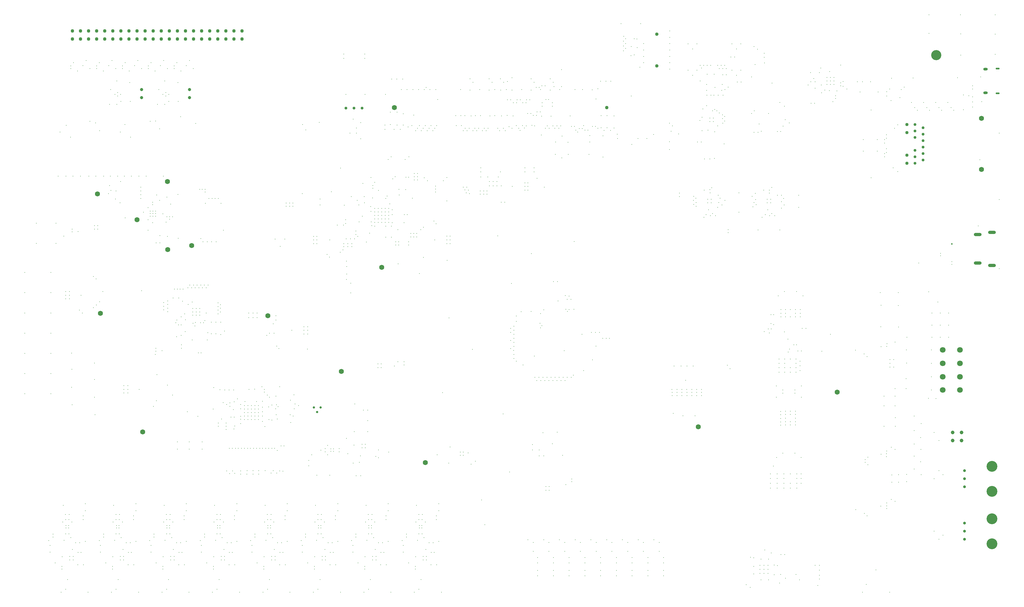
<source format=gbr>
%TF.GenerationSoftware,Altium Limited,Altium Designer,22.6.1 (34)*%
G04 Layer_Color=0*
%FSLAX26Y26*%
%MOIN*%
%TF.SameCoordinates,08F94D22-2ED8-4738-ABBF-34BB79D8E07D*%
%TF.FilePolarity,Positive*%
%TF.FileFunction,Plated,1,12,PTH,Drill*%
%TF.Part,Single*%
G01*
G75*
%TA.AperFunction,ComponentDrill*%
%ADD400C,0.126000*%
%ADD402C,0.045276*%
%ADD403C,0.010000*%
%ADD404C,0.062992*%
%ADD405C,0.062992*%
%ADD406C,0.039370*%
%ADD407C,0.035000*%
%ADD408O,0.055118X0.033465*%
%ADD409O,0.047244X0.021654*%
%ADD410C,0.035000*%
%ADD411C,0.134000*%
%ADD412C,0.043307*%
%ADD413O,0.096457X0.039370*%
%ADD414C,0.010000*%
%ADD415C,0.063000*%
%ADD416C,0.043000*%
%ADD417C,0.070866*%
%ADD418C,0.042520*%
%ADD419C,0.040157*%
%ADD420C,0.035433*%
%TA.AperFunction,ViaDrill,NotFilled*%
%ADD421C,0.010000*%
%ADD422C,0.028000*%
%ADD423C,0.008000*%
%ADD424C,0.020000*%
%ADD425C,0.007874*%
D400*
X11643701Y6900787D02*
D03*
D402*
X11850000Y2125000D02*
D03*
Y2225000D02*
D03*
X11960000Y2125000D02*
D03*
Y2225000D02*
D03*
D403*
X4619500Y1039500D02*
D03*
Y1070500D02*
D03*
X4650500Y1039500D02*
D03*
Y1070500D02*
D03*
X5244500Y1039500D02*
D03*
Y1070500D02*
D03*
X5275500Y1039500D02*
D03*
Y1070500D02*
D03*
X3369500Y1039500D02*
D03*
Y1070500D02*
D03*
X3400500Y1039500D02*
D03*
Y1070500D02*
D03*
X869500Y1039500D02*
D03*
Y1070500D02*
D03*
X900500Y1039500D02*
D03*
Y1070500D02*
D03*
X4025500D02*
D03*
Y1039500D02*
D03*
X3994500Y1070500D02*
D03*
Y1039500D02*
D03*
X2775500Y1070500D02*
D03*
Y1039500D02*
D03*
X2744500Y1070500D02*
D03*
Y1039500D02*
D03*
X2150500Y1070500D02*
D03*
Y1039500D02*
D03*
X2119500Y1070500D02*
D03*
Y1039500D02*
D03*
X1525500Y1070500D02*
D03*
Y1039500D02*
D03*
X1494500Y1070500D02*
D03*
Y1039500D02*
D03*
D404*
X1295000Y3700000D02*
D03*
X8700000Y2295000D02*
D03*
X10420000Y2725000D02*
D03*
X5320000Y1850000D02*
D03*
X1820000Y2230000D02*
D03*
X4280000Y2980000D02*
D03*
X4780000Y4270000D02*
D03*
X3370000Y3670000D02*
D03*
D405*
X1750000Y4860000D02*
D03*
X1260000Y5180000D02*
D03*
X2130000Y4490000D02*
D03*
X2425000Y4540000D02*
D03*
X2125000Y5335000D02*
D03*
X12206457Y6117520D02*
D03*
Y5482480D02*
D03*
D406*
X1805000Y6473071D02*
D03*
Y6373071D02*
D03*
X2400000Y6473071D02*
D03*
Y6373071D02*
D03*
D407*
X4335000Y6245236D02*
D03*
X4435000D02*
D03*
X4535000D02*
D03*
D408*
X12255827Y6433346D02*
D03*
Y6726654D02*
D03*
D409*
X12405433Y6427441D02*
D03*
Y6732559D02*
D03*
D410*
X11995000Y1750000D02*
D03*
Y1650000D02*
D03*
Y1550000D02*
D03*
Y1100000D02*
D03*
Y1000000D02*
D03*
Y900000D02*
D03*
D411*
X12335000Y1805000D02*
D03*
Y1495000D02*
D03*
Y1155000D02*
D03*
Y845000D02*
D03*
D412*
X3050000Y7200000D02*
D03*
Y7100000D02*
D03*
X2950000Y7200000D02*
D03*
Y7100000D02*
D03*
X2850000Y7200000D02*
D03*
Y7100000D02*
D03*
X2750000Y7200000D02*
D03*
Y7100000D02*
D03*
X2650000Y7200000D02*
D03*
Y7100000D02*
D03*
X2550000Y7200000D02*
D03*
Y7100000D02*
D03*
X2450000Y7200000D02*
D03*
Y7100000D02*
D03*
X2350000Y7200000D02*
D03*
Y7100000D02*
D03*
X2250000Y7200000D02*
D03*
Y7100000D02*
D03*
X2150000Y7200000D02*
D03*
Y7100000D02*
D03*
X2050000Y7200000D02*
D03*
Y7100000D02*
D03*
X1950000Y7200000D02*
D03*
Y7100000D02*
D03*
X1850000Y7200000D02*
D03*
Y7100000D02*
D03*
X1750000Y7200000D02*
D03*
Y7100000D02*
D03*
X1650000Y7200000D02*
D03*
Y7100000D02*
D03*
X1550000Y7200000D02*
D03*
Y7100000D02*
D03*
X1450000Y7200000D02*
D03*
Y7100000D02*
D03*
X1350000Y7200000D02*
D03*
Y7100000D02*
D03*
X1250000Y7200000D02*
D03*
Y7100000D02*
D03*
X1150000Y7200000D02*
D03*
Y7100000D02*
D03*
X1050000Y7200000D02*
D03*
Y7100000D02*
D03*
X950000Y7200000D02*
D03*
Y7100000D02*
D03*
D413*
X12335000Y4705000D02*
D03*
Y4295000D02*
D03*
X12160000Y4323000D02*
D03*
Y4677000D02*
D03*
D414*
X4180500Y1989500D02*
D03*
X4149500D02*
D03*
X4180500Y2020500D02*
D03*
X4149500D02*
D03*
D415*
X4934961Y6250000D02*
D03*
D416*
X7564961D02*
D03*
D417*
X11723465Y2750000D02*
D03*
Y2915354D02*
D03*
Y3080709D02*
D03*
Y3246063D02*
D03*
X11940000D02*
D03*
Y3080709D02*
D03*
Y2915354D02*
D03*
Y2750000D02*
D03*
D418*
X8183858Y7160630D02*
D03*
Y6766929D02*
D03*
D419*
X11281260Y5939764D02*
D03*
Y5660236D02*
D03*
Y6039764D02*
D03*
Y5560236D02*
D03*
D420*
X11381260Y5879724D02*
D03*
Y5720276D02*
D03*
Y5959646D02*
D03*
Y5640354D02*
D03*
Y6039567D02*
D03*
Y5560433D02*
D03*
X11481260Y5839961D02*
D03*
Y5760039D02*
D03*
Y5680118D02*
D03*
Y5919882D02*
D03*
Y5999803D02*
D03*
Y5600197D02*
D03*
D421*
X6892126Y2082284D02*
D03*
X6773622Y2220472D02*
D03*
X7019291Y1941339D02*
D03*
X6644488Y2074016D02*
D03*
X6727559Y2008661D02*
D03*
X6645669Y2006299D02*
D03*
X6783465Y1933465D02*
D03*
X6729528Y1933858D02*
D03*
X5105118Y6011811D02*
D03*
X4332283Y4812992D02*
D03*
X4830000Y4781890D02*
D03*
X4691725Y4782099D02*
D03*
X6444409Y3601535D02*
D03*
X9515276Y6924109D02*
D03*
Y6874808D02*
D03*
X10925984Y6444095D02*
D03*
X11907480Y6620472D02*
D03*
X11359843Y6618504D02*
D03*
X11091339Y6613779D02*
D03*
X10701575Y6444095D02*
D03*
X9003543Y6404724D02*
D03*
X8944488Y6403937D02*
D03*
X8893307Y6402756D02*
D03*
X8854331Y6403150D02*
D03*
X8803543Y6402362D02*
D03*
X8802362Y6273228D02*
D03*
X8755512Y6233858D02*
D03*
X7009842Y5628346D02*
D03*
X8145276Y5917717D02*
D03*
X8343307Y5826772D02*
D03*
X8341339Y5731102D02*
D03*
X8361811Y5958268D02*
D03*
X8062205Y5866535D02*
D03*
X7950787Y5866142D02*
D03*
X7698032Y5868110D02*
D03*
X7516929Y5899213D02*
D03*
Y5637008D02*
D03*
X7354331Y5902362D02*
D03*
Y5822835D02*
D03*
X7346063Y5670472D02*
D03*
X7011417Y5898819D02*
D03*
X6931496Y5823228D02*
D03*
X7086221Y5821260D02*
D03*
X7088189Y5671654D02*
D03*
X6929134Y5671260D02*
D03*
X5589764Y4358268D02*
D03*
X6385039Y4071260D02*
D03*
X6631102Y4441732D02*
D03*
X3859843Y3257874D02*
D03*
X945276Y2567716D02*
D03*
X938976Y2784648D02*
D03*
X940158Y3005905D02*
D03*
X938583Y3207874D02*
D03*
X1220866Y3082677D02*
D03*
X1222441Y2880709D02*
D03*
X1221260Y2659451D02*
D03*
X1227559Y2442520D02*
D03*
X2396063Y2108661D02*
D03*
X2249724D02*
D03*
Y2017362D02*
D03*
X2396063D02*
D03*
X2555669Y2108661D02*
D03*
Y2017362D02*
D03*
X11548819Y2646063D02*
D03*
X11640945Y2645276D02*
D03*
X11095276Y1698425D02*
D03*
X11094488Y1606299D02*
D03*
X11179921Y1699606D02*
D03*
X11179134Y1607480D02*
D03*
X11277165Y1612992D02*
D03*
X11277953Y1705118D02*
D03*
X11458268Y2334437D02*
D03*
X11372559Y1771018D02*
D03*
X11452756Y1861811D02*
D03*
X11372559Y1929198D02*
D03*
X11453543Y2012598D02*
D03*
X11372559Y2081888D02*
D03*
X11453151Y2160158D02*
D03*
X11372559Y2245562D02*
D03*
Y2427910D02*
D03*
X11459843Y1701181D02*
D03*
X11138976Y2301575D02*
D03*
X10997244Y2300000D02*
D03*
X11138189Y2408661D02*
D03*
X11136614Y2767323D02*
D03*
X11271260Y2768110D02*
D03*
X11272835Y2890551D02*
D03*
X11134252Y2554134D02*
D03*
Y2673228D02*
D03*
X10997913Y2554134D02*
D03*
Y2673228D02*
D03*
X11278740Y3082677D02*
D03*
X11070175Y3080709D02*
D03*
X11119175Y3126798D02*
D03*
X11070175Y3032848D02*
D03*
Y3126798D02*
D03*
X11119175Y3032848D02*
D03*
X11275984Y3246457D02*
D03*
X11281102Y3402756D02*
D03*
X11179921Y3529921D02*
D03*
X10957480Y3535433D02*
D03*
X11175197Y3798819D02*
D03*
X10961811Y3799213D02*
D03*
X10952756Y3957087D02*
D03*
X11175197Y3955905D02*
D03*
X11664567Y3841339D02*
D03*
X11550787Y3966929D02*
D03*
X11590551Y3402362D02*
D03*
Y3553543D02*
D03*
Y3704724D02*
D03*
X11694094D02*
D03*
Y3553543D02*
D03*
Y3402362D02*
D03*
X11797638D02*
D03*
Y3553543D02*
D03*
Y3704724D02*
D03*
X4332283Y4859189D02*
D03*
X503150Y4566535D02*
D03*
Y4816929D02*
D03*
X746063Y4566538D02*
D03*
Y4816929D02*
D03*
X358661Y3955905D02*
D03*
Y4206299D02*
D03*
Y3705512D02*
D03*
Y3455118D02*
D03*
Y3204724D02*
D03*
Y2954331D02*
D03*
Y2703937D02*
D03*
X681102D02*
D03*
Y2954328D02*
D03*
Y3204720D02*
D03*
Y3455111D02*
D03*
Y3705503D02*
D03*
Y4206285D02*
D03*
Y3955894D02*
D03*
X3458870Y4619908D02*
D03*
X3577771D02*
D03*
X3520866Y4531496D02*
D03*
X6281496Y2453937D02*
D03*
X6013779Y1387795D02*
D03*
X6054331Y1081496D02*
D03*
X6951968Y2227559D02*
D03*
X6360630Y1733465D02*
D03*
X5531102Y2716929D02*
D03*
X5902756Y3252362D02*
D03*
X5610630Y3643701D02*
D03*
X7162598Y4590551D02*
D03*
X6213779Y4659842D02*
D03*
X2536197Y3584867D02*
D03*
X2603428Y3705079D02*
D03*
X2470116Y3585730D02*
D03*
X2442151Y3575849D02*
D03*
X2893000Y2028071D02*
D03*
X2927000D02*
D03*
X9907874Y463740D02*
D03*
X9344488Y675788D02*
D03*
X9383858Y672047D02*
D03*
X9521417Y767126D02*
D03*
X9600787Y731890D02*
D03*
X9292913Y335827D02*
D03*
X9340500Y304673D02*
D03*
X9703543Y356693D02*
D03*
X9777559Y416535D02*
D03*
X9639291Y461417D02*
D03*
Y581890D02*
D03*
X9567052Y654134D02*
D03*
X9475792D02*
D03*
X9475788Y398701D02*
D03*
X9567047D02*
D03*
X9383858Y470945D02*
D03*
Y562205D02*
D03*
X9677165Y574803D02*
D03*
X9560787Y477205D02*
D03*
X9462362Y477205D02*
D03*
X9560787Y575630D02*
D03*
X9462362Y575630D02*
D03*
Y526418D02*
D03*
X9560787Y526417D02*
D03*
X9511575Y526417D02*
D03*
Y575630D02*
D03*
Y477205D02*
D03*
X8390000Y2460150D02*
D03*
X8510000Y2432008D02*
D03*
X8660000D02*
D03*
X6639646Y6030256D02*
D03*
X2940897Y2506320D02*
D03*
X9764173Y6265984D02*
D03*
X9709803Y6315354D02*
D03*
X10413954Y6457365D02*
D03*
X11699213Y4443898D02*
D03*
Y4412402D02*
D03*
X3567009Y2056111D02*
D03*
X3532009D02*
D03*
X3418000Y2028071D02*
D03*
X3452000D02*
D03*
X5624409Y2042913D02*
D03*
X7057154Y1577136D02*
D03*
X5610000Y1843727D02*
D03*
X5464646Y1947480D02*
D03*
X2700000Y2779088D02*
D03*
X2775000Y2754821D02*
D03*
X2835000Y2750884D02*
D03*
X2890000D02*
D03*
X2945000D02*
D03*
X1053896Y3925000D02*
D03*
X3234646Y3645748D02*
D03*
Y3702756D02*
D03*
X3183858D02*
D03*
Y3645748D02*
D03*
X3133071Y3702756D02*
D03*
Y3645756D02*
D03*
X1803543Y3979449D02*
D03*
X2212500Y4001787D02*
D03*
X2247500D02*
D03*
X2282500D02*
D03*
X2317500D02*
D03*
X6765984Y6268504D02*
D03*
X6765980Y6310236D02*
D03*
X6891335D02*
D03*
X6891339Y6268504D02*
D03*
X10058868Y6530000D02*
D03*
X10126898Y6610000D02*
D03*
X10090000Y6685000D02*
D03*
X7874016Y5794095D02*
D03*
X8735772Y5824766D02*
D03*
X8688700D02*
D03*
X7696620Y5920670D02*
D03*
X8456611Y5925197D02*
D03*
X8379559Y6025197D02*
D03*
X8341559Y6058463D02*
D03*
X7770829Y6955000D02*
D03*
Y7015000D02*
D03*
X8023268Y6806498D02*
D03*
X9045518Y6733078D02*
D03*
Y6657834D02*
D03*
X9002677D02*
D03*
X8959000Y6733078D02*
D03*
X8895000Y6665075D02*
D03*
X8902344Y5949217D02*
D03*
X8939803Y6025348D02*
D03*
X9000227Y6056260D02*
D03*
X9026329Y6083898D02*
D03*
X9026680Y6138947D02*
D03*
X8999475Y6159724D02*
D03*
X8929578Y6210391D02*
D03*
X8874843Y6211585D02*
D03*
X8718110Y6090168D02*
D03*
X8745630Y6129528D02*
D03*
X6911268Y6510433D02*
D03*
X1602756Y4883071D02*
D03*
X4342339Y4121963D02*
D03*
X4344504Y4282179D02*
D03*
Y4187179D02*
D03*
X4396701Y4074679D02*
D03*
Y3954679D02*
D03*
X1995278Y2941063D02*
D03*
X3516651Y1745623D02*
D03*
X3434527Y1749183D02*
D03*
X2582362Y4049296D02*
D03*
X4270000Y5499000D02*
D03*
X4895000Y5639022D02*
D03*
X5115307Y5641422D02*
D03*
X2402500Y4049296D02*
D03*
X2079271Y3787500D02*
D03*
X5789095Y5962599D02*
D03*
X2079271Y3742500D02*
D03*
X2753067Y3830000D02*
D03*
X2780994Y3762500D02*
D03*
X2753067Y3785000D02*
D03*
X2780994Y3717500D02*
D03*
X3355431Y3427255D02*
D03*
X6005356Y5503390D02*
D03*
Y5452480D02*
D03*
X6091535Y5389961D02*
D03*
X6005354D02*
D03*
X7206165Y5945888D02*
D03*
X8900043Y5621799D02*
D03*
X8842456Y5613390D02*
D03*
X8775473D02*
D03*
X1011850Y6703974D02*
D03*
X960170Y6807402D02*
D03*
X6584409Y6178823D02*
D03*
X6623692D02*
D03*
X5092756Y6473309D02*
D03*
X5021890D02*
D03*
X5163623D02*
D03*
X1164232Y6732599D02*
D03*
X1118150Y6834880D02*
D03*
X6653765Y6154217D02*
D03*
X6694119D02*
D03*
X4572609Y6415000D02*
D03*
X1596975Y6041984D02*
D03*
X1280170Y6807402D02*
D03*
X1331850Y6703974D02*
D03*
X6701989Y6196539D02*
D03*
X6742343D02*
D03*
X6565191Y6309925D02*
D03*
X6524837D02*
D03*
X4826549Y6415000D02*
D03*
X5470434Y6350680D02*
D03*
X1484232Y6732599D02*
D03*
X6336165Y6346146D02*
D03*
X1438150Y6834880D02*
D03*
X6391835Y6467855D02*
D03*
X6320991Y6473315D02*
D03*
X6336643Y6575197D02*
D03*
X1651850Y6703974D02*
D03*
X1600170Y6807402D02*
D03*
X6454265Y6346146D02*
D03*
X6391614Y6620957D02*
D03*
X6494620Y6346146D02*
D03*
X6447091Y6309925D02*
D03*
X6406737D02*
D03*
X2287933Y6136685D02*
D03*
X1912000Y6080000D02*
D03*
X1980000Y6084599D02*
D03*
X1804232Y6732599D02*
D03*
X1758150Y6834880D02*
D03*
X6512460Y6473315D02*
D03*
X1971850Y6703974D02*
D03*
X1920170Y6807402D02*
D03*
X6572365Y6346146D02*
D03*
X2124232Y6732599D02*
D03*
X6612720Y6346146D02*
D03*
X2078150Y6834880D02*
D03*
X6628065Y6467880D02*
D03*
X6627835Y6606339D02*
D03*
X6729983Y6501823D02*
D03*
X2291850Y6703974D02*
D03*
X6690700Y6501823D02*
D03*
X2240170Y6807402D02*
D03*
X6665152Y6562480D02*
D03*
X6761040Y6519539D02*
D03*
X6801395D02*
D03*
X2255000Y6561000D02*
D03*
X2358180Y6770000D02*
D03*
X2444232Y6732599D02*
D03*
X2398150Y6834880D02*
D03*
X5806994Y6150162D02*
D03*
X5759750D02*
D03*
X5695073Y6149914D02*
D03*
X5812717Y5994095D02*
D03*
X5836339Y5962599D02*
D03*
X5860157Y5994095D02*
D03*
X5884010Y6145841D02*
D03*
X5907396Y5962288D02*
D03*
X5931018Y5993783D02*
D03*
X5954640Y5965447D02*
D03*
X5978262Y5993783D02*
D03*
X6025506Y5962288D02*
D03*
X6049128Y5993783D02*
D03*
X6072750Y5962288D02*
D03*
X6096372Y5993783D02*
D03*
X6120000Y6146744D02*
D03*
X6755000Y5911953D02*
D03*
X6828813Y6025398D02*
D03*
X6804961Y5994538D02*
D03*
X6852205Y5994449D02*
D03*
X6875827Y6143628D02*
D03*
X6899679Y6025398D02*
D03*
X6923071Y5994449D02*
D03*
X6946923Y6025398D02*
D03*
X6970315Y5994723D02*
D03*
X6994167Y6025398D02*
D03*
X7112047Y6148036D02*
D03*
X6376520Y6346146D02*
D03*
X4465136Y5997480D02*
D03*
X4003578Y6067559D02*
D03*
X3799468Y6039685D02*
D03*
X3837500Y5972963D02*
D03*
X4465136Y5932480D02*
D03*
X4384864Y5932520D02*
D03*
X4425000Y6108238D02*
D03*
X4518342Y5865000D02*
D03*
Y6065000D02*
D03*
X8344449Y7200000D02*
D03*
X2474803Y6054685D02*
D03*
X6757961Y6145336D02*
D03*
X6249921Y6606339D02*
D03*
X6287239Y6562480D02*
D03*
X6250152Y6467880D02*
D03*
X6108189Y6606339D02*
D03*
X6108420Y6467880D02*
D03*
X6145507Y6562480D02*
D03*
X4335000Y6415008D02*
D03*
X5305315Y6473309D02*
D03*
X5328713Y6500039D02*
D03*
X6982351Y6473315D02*
D03*
X6746151D02*
D03*
X6179271D02*
D03*
X5990311D02*
D03*
X5754111D02*
D03*
X2208781Y6732677D02*
D03*
Y6767323D02*
D03*
X1888781Y6732677D02*
D03*
Y6767323D02*
D03*
X2038180Y6770000D02*
D03*
X1568781Y6732677D02*
D03*
Y6767323D02*
D03*
X1718180Y6770000D02*
D03*
X1248781Y6732677D02*
D03*
Y6767323D02*
D03*
X1398180Y6770000D02*
D03*
X1078180D02*
D03*
X928781Y6767323D02*
D03*
Y6732677D02*
D03*
X11586068Y3246063D02*
D03*
Y3080709D02*
D03*
Y2915354D02*
D03*
Y2750000D02*
D03*
X4133795Y4610000D02*
D03*
X8643315Y5050988D02*
D03*
X2587761Y3611211D02*
D03*
X2833000Y3481535D02*
D03*
X2242089Y3618202D02*
D03*
X2348661Y3618898D02*
D03*
X2228596Y3584646D02*
D03*
X2260236Y3556798D02*
D03*
X2294882D02*
D03*
X2337822Y3694235D02*
D03*
X2295236Y3658189D02*
D03*
X6784646Y3743075D02*
D03*
X9508332Y5225756D02*
D03*
X9408429Y5109532D02*
D03*
X9719803Y5953386D02*
D03*
X9679961Y5952894D02*
D03*
X9389764Y5942913D02*
D03*
X9438661D02*
D03*
X9364173Y5151393D02*
D03*
X9404331Y5187220D02*
D03*
X10900000Y520236D02*
D03*
X6845388Y6350766D02*
D03*
X6811934D02*
D03*
X9749174Y6020866D02*
D03*
X9824044Y6060236D02*
D03*
X9774044Y6100709D02*
D03*
X9478189Y5958273D02*
D03*
X9452598Y6047069D02*
D03*
X9391181Y6211748D02*
D03*
X9358632Y6175709D02*
D03*
X9568346D02*
D03*
X11837992Y4307480D02*
D03*
Y4338976D02*
D03*
X11427116Y4323238D02*
D03*
X5157874Y5127480D02*
D03*
X3515000Y2791874D02*
D03*
X7131873Y1647558D02*
D03*
X11032019Y1281184D02*
D03*
X10800000Y1917125D02*
D03*
X9717751Y2314789D02*
D03*
Y2354159D02*
D03*
X9895000Y1966573D02*
D03*
X9745000D02*
D03*
X9667168Y1914134D02*
D03*
X9840000Y1712000D02*
D03*
X9940984Y5014173D02*
D03*
X9516142Y3474409D02*
D03*
X11085000Y6336535D02*
D03*
X7389162Y6017930D02*
D03*
X7425412D02*
D03*
X7294682Y5970158D02*
D03*
X7330932D02*
D03*
X9018009Y5800000D02*
D03*
X7223822Y5989842D02*
D03*
X7260072D02*
D03*
X7183249Y5969567D02*
D03*
X7129342Y6018071D02*
D03*
X7165592D02*
D03*
X7277356Y6028272D02*
D03*
X7454600Y5993331D02*
D03*
X4979359Y4738533D02*
D03*
X5244319Y4195120D02*
D03*
X4588583Y4582520D02*
D03*
X4342339Y4347395D02*
D03*
X4483232Y4652520D02*
D03*
X4982598Y4314000D02*
D03*
X9717933Y464173D02*
D03*
X3861024Y607087D02*
D03*
X5303000Y920000D02*
D03*
X5221000Y887000D02*
D03*
X5195000Y530000D02*
D03*
X5111024Y607087D02*
D03*
X8214133Y750473D02*
D03*
X8268779Y607973D02*
D03*
X8149999Y892992D02*
D03*
X8214133Y860473D02*
D03*
X8268779Y673189D02*
D03*
Y512973D02*
D03*
Y447756D02*
D03*
X6903779Y673189D02*
D03*
Y607973D02*
D03*
X6849134Y750473D02*
D03*
X6654134D02*
D03*
X6708779Y607973D02*
D03*
Y673189D02*
D03*
X7488779Y607973D02*
D03*
X7098779D02*
D03*
Y673189D02*
D03*
X7293779D02*
D03*
Y607973D02*
D03*
X7488779Y673189D02*
D03*
X6708779Y512973D02*
D03*
X7293779D02*
D03*
X7434134Y750473D02*
D03*
X7044134D02*
D03*
X7239134D02*
D03*
X7488779Y512973D02*
D03*
X7098779D02*
D03*
X6903779D02*
D03*
X7683779Y673189D02*
D03*
X7878779Y512973D02*
D03*
Y447756D02*
D03*
X7683779Y607973D02*
D03*
X7878779Y673189D02*
D03*
Y607973D02*
D03*
X7683779Y512973D02*
D03*
X7629134Y750473D02*
D03*
X8073779Y673189D02*
D03*
Y607973D02*
D03*
Y512973D02*
D03*
X8019134Y750473D02*
D03*
X7824133D02*
D03*
X7488779Y447756D02*
D03*
X7683779D02*
D03*
X6903779D02*
D03*
X6708779D02*
D03*
X7098779D02*
D03*
X7293779D02*
D03*
X8073779D02*
D03*
X7239134Y860473D02*
D03*
X7175000Y892992D02*
D03*
X7044134Y860473D02*
D03*
X7434134D02*
D03*
X6785000Y892992D02*
D03*
X6980000D02*
D03*
X6590000D02*
D03*
X6654134Y860473D02*
D03*
X6849134D02*
D03*
X7824133D02*
D03*
X7759999Y892992D02*
D03*
X7565000D02*
D03*
X7370000D02*
D03*
X7629134Y860473D02*
D03*
X8019134D02*
D03*
X7955000Y892992D02*
D03*
X9767275Y710669D02*
D03*
X9720433D02*
D03*
X9951575Y396417D02*
D03*
X10146575Y577126D02*
D03*
X10198740Y454134D02*
D03*
Y577126D02*
D03*
Y407197D02*
D03*
Y518701D02*
D03*
X10176884Y328733D02*
D03*
X4015000Y5118491D02*
D03*
X4858506Y5608622D02*
D03*
X5199049Y5962288D02*
D03*
X4155000Y5205905D02*
D03*
X4015000Y5043866D02*
D03*
X5069912Y5608622D02*
D03*
X1775628Y2758583D02*
D03*
X3133786Y2756992D02*
D03*
X3205989Y2759028D02*
D03*
X3300621Y2610113D02*
D03*
X3227984Y2608608D02*
D03*
X3086251D02*
D03*
X3030779Y2571614D02*
D03*
Y2517244D02*
D03*
X2690810Y2515043D02*
D03*
X2815000Y2592520D02*
D03*
X2537402Y4049296D02*
D03*
X2627323D02*
D03*
X2492441D02*
D03*
X2447500D02*
D03*
X2897309Y2548378D02*
D03*
X2858354Y2569311D02*
D03*
X2897136Y2589441D02*
D03*
X2950740Y2604470D02*
D03*
X2991981Y2640033D02*
D03*
X4226849Y4792480D02*
D03*
X4545000Y5311496D02*
D03*
X3650000Y2625256D02*
D03*
X6238090Y5962288D02*
D03*
X3749606Y2558740D02*
D03*
X6214482Y5993783D02*
D03*
X6261705Y6147528D02*
D03*
X6285333Y5993783D02*
D03*
X6308953Y5962599D02*
D03*
X5866150Y5182921D02*
D03*
X5852150Y5226921D02*
D03*
X5999079Y5218146D02*
D03*
X5999535Y5177882D02*
D03*
X6040401Y5218146D02*
D03*
X6040394Y5177882D02*
D03*
X6491527Y5968671D02*
D03*
X5542120Y5342480D02*
D03*
X5585000Y5384409D02*
D03*
X5345725Y5342480D02*
D03*
X5305000Y5381263D02*
D03*
X5445000Y5240000D02*
D03*
Y5202598D02*
D03*
Y5277402D02*
D03*
X5585000Y5094882D02*
D03*
X6260000Y5076614D02*
D03*
X6301181D02*
D03*
X6550158Y5503386D02*
D03*
Y5452480D02*
D03*
X6790085Y5264161D02*
D03*
X6702093Y5373153D02*
D03*
X6665748Y5452480D02*
D03*
Y5503386D02*
D03*
X6550145Y5227074D02*
D03*
Y5272480D02*
D03*
Y5318170D02*
D03*
X6589495Y5227074D02*
D03*
Y5272480D02*
D03*
Y5318170D02*
D03*
X6395214Y5272480D02*
D03*
X6206040Y5332539D02*
D03*
X6260000Y5281162D02*
D03*
X6206040D02*
D03*
X6159724D02*
D03*
X6159705Y5332539D02*
D03*
X6113370Y5281162D02*
D03*
Y5332539D02*
D03*
X6222441Y5389961D02*
D03*
X6246863Y5452480D02*
D03*
X6081722Y5218146D02*
D03*
Y5177882D02*
D03*
X5824150Y5192921D02*
D03*
X5809150Y5230921D02*
D03*
X5786900Y5263921D02*
D03*
X5830150D02*
D03*
X5180996Y5393883D02*
D03*
X5221260Y5352790D02*
D03*
X5180996D02*
D03*
X5221260Y5394112D02*
D03*
Y5435433D02*
D03*
X5180996Y5434977D02*
D03*
X4539628Y4905158D02*
D03*
X4646434Y4963762D02*
D03*
X4641533Y5023268D02*
D03*
X4495079Y5042953D02*
D03*
X4566508Y5069459D02*
D03*
X4475591Y5100394D02*
D03*
X5434747Y4610000D02*
D03*
X5624495Y4655690D02*
D03*
Y4610000D02*
D03*
Y4564593D02*
D03*
X5585145D02*
D03*
Y4655690D02*
D03*
Y4610000D02*
D03*
X4951575Y4545748D02*
D03*
Y4587795D02*
D03*
X4988976Y4545748D02*
D03*
Y4587795D02*
D03*
X5111417Y4545748D02*
D03*
Y4587795D02*
D03*
X5213228Y4647323D02*
D03*
X5213228Y4689370D02*
D03*
X5175197Y4647323D02*
D03*
X5137165D02*
D03*
X5175197Y4689370D02*
D03*
X5137165D02*
D03*
X5423622Y4842905D02*
D03*
X5452854Y4810000D02*
D03*
X5262095Y4737480D02*
D03*
X5295000Y4766713D02*
D03*
Y4394988D02*
D03*
X3596553Y5025591D02*
D03*
X3596097Y5065855D02*
D03*
X3637419D02*
D03*
X3678740Y5025591D02*
D03*
Y5065855D02*
D03*
X3637647Y5025591D02*
D03*
X3795000Y5182480D02*
D03*
X4316535Y5040000D02*
D03*
X4401033Y5147520D02*
D03*
X4562846D02*
D03*
X4664173Y5132087D02*
D03*
X3935505Y4655407D02*
D03*
X3974855D02*
D03*
Y4564310D02*
D03*
X3935505D02*
D03*
Y4610000D02*
D03*
X3974855D02*
D03*
X4102146Y4429606D02*
D03*
X4131870Y4397095D02*
D03*
X4303438Y4792480D02*
D03*
X4457610Y4720197D02*
D03*
Y4678197D02*
D03*
X4440852Y4623346D02*
D03*
X4340000Y4623343D02*
D03*
X4390426Y4623346D02*
D03*
X4297905Y4488012D02*
D03*
X4265394Y4458287D02*
D03*
X4309173Y4527354D02*
D03*
Y4564520D02*
D03*
X4497598Y4835315D02*
D03*
X4648819D02*
D03*
X4655042Y4787778D02*
D03*
X4830000Y4642913D02*
D03*
X4900000D02*
D03*
Y4781890D02*
D03*
X5053847Y4825000D02*
D03*
X4909488D02*
D03*
X5058504Y4925000D02*
D03*
X5096417D02*
D03*
X4909488D02*
D03*
X4909488Y4985000D02*
D03*
X6505000Y3719045D02*
D03*
X6528552Y3061851D02*
D03*
X6356193Y6013882D02*
D03*
X6392709Y5992662D02*
D03*
X6474293Y5993783D02*
D03*
X6568773Y6023400D02*
D03*
X6545153Y5995571D02*
D03*
X6445406Y6028228D02*
D03*
X6521535Y6028543D02*
D03*
X3690133Y2691406D02*
D03*
X3467021Y2674733D02*
D03*
X3302559Y2537795D02*
D03*
Y2481890D02*
D03*
Y2426772D02*
D03*
X3360351Y2688225D02*
D03*
X3387477Y2659206D02*
D03*
X3418738Y2564488D02*
D03*
X3377309Y2541136D02*
D03*
X3473504Y2568110D02*
D03*
X3465354Y2516929D02*
D03*
X3495000Y2544823D02*
D03*
X3696347Y2517452D02*
D03*
X3704773Y2575965D02*
D03*
X3683071Y2426772D02*
D03*
X3472748Y2442913D02*
D03*
X3644748Y2442512D02*
D03*
X3486413Y2389118D02*
D03*
X3653150Y2348425D02*
D03*
X3417716Y2377559D02*
D03*
X3381836Y2383224D02*
D03*
X4445000Y2576000D02*
D03*
X1296280Y740000D02*
D03*
Y825000D02*
D03*
X2084646Y1320000D02*
D03*
X4605000Y2500000D02*
D03*
X6415394Y3139990D02*
D03*
Y3190020D02*
D03*
X2200000Y774000D02*
D03*
X1921280Y740000D02*
D03*
X4440000Y2235000D02*
D03*
X4605000D02*
D03*
X2709646Y1320000D02*
D03*
X3608980Y1340000D02*
D03*
X3876338Y1809610D02*
D03*
X3911423Y1947348D02*
D03*
X4605000Y2369000D02*
D03*
X4765000Y583481D02*
D03*
X6850000Y2868622D02*
D03*
X5936785Y1867520D02*
D03*
X6800000Y2868622D02*
D03*
X6700000Y2868605D02*
D03*
X6750000Y2868622D02*
D03*
X3610000Y872853D02*
D03*
X4865000Y1980295D02*
D03*
X4630000Y4692520D02*
D03*
X4358228Y4564520D02*
D03*
X4407283D02*
D03*
X4358228Y4527354D02*
D03*
X4407283D02*
D03*
X2531607Y885000D02*
D03*
X4406607D02*
D03*
X2895533Y1714781D02*
D03*
X2857648Y1746159D02*
D03*
X2125732Y2812086D02*
D03*
X1987126Y2616102D02*
D03*
X2189732Y2688583D02*
D03*
X1952803Y2548583D02*
D03*
X2297717Y3310709D02*
D03*
X1980906Y3229764D02*
D03*
X2056760Y3238268D02*
D03*
X1980912Y3266466D02*
D03*
X2297732Y3266260D02*
D03*
X1974997Y3189055D02*
D03*
X1586705Y2712893D02*
D03*
X1633556Y2803989D02*
D03*
Y2712893D02*
D03*
Y2758583D02*
D03*
X1586705Y2803989D02*
D03*
Y2758583D02*
D03*
X3193000Y2028071D02*
D03*
X3227000D02*
D03*
X3268000D02*
D03*
X3302000D02*
D03*
X3976032Y1695000D02*
D03*
X3343000Y2028071D02*
D03*
X3377000D02*
D03*
X4519035Y1687500D02*
D03*
X4462404D02*
D03*
X3152000Y2028071D02*
D03*
X3118000D02*
D03*
X3077000D02*
D03*
X3043000D02*
D03*
X3002000D02*
D03*
X2968000D02*
D03*
X5151805Y6026875D02*
D03*
X5045061Y6173199D02*
D03*
X2030000Y5988386D02*
D03*
X1540503Y5947813D02*
D03*
X1668858Y5883857D02*
D03*
X1285000Y5962795D02*
D03*
X1235000Y6059008D02*
D03*
X1164712Y6080000D02*
D03*
X923858Y5883857D02*
D03*
X872561Y6030002D02*
D03*
X795503Y5947813D02*
D03*
X2260000Y6327008D02*
D03*
X2092205Y6582000D02*
D03*
X2018000Y6473071D02*
D03*
X2002614Y6290244D02*
D03*
X2143386Y6327000D02*
D03*
X2092205Y6290236D02*
D03*
X1497205D02*
D03*
X1548386Y6327000D02*
D03*
X1407614Y6290244D02*
D03*
X1423000Y6473071D02*
D03*
X1660000Y6561000D02*
D03*
X1497205Y6582000D02*
D03*
X1665000Y6327008D02*
D03*
X10090433Y6569142D02*
D03*
X10145559Y6490606D02*
D03*
Y6569393D02*
D03*
X10095000Y6303000D02*
D03*
X10139000D02*
D03*
X10225000Y6435000D02*
D03*
X10462953Y6557162D02*
D03*
Y6521728D02*
D03*
X10493228Y6573027D02*
D03*
Y6513442D02*
D03*
X10462400Y6778433D02*
D03*
X10214345Y6740000D02*
D03*
X10325079Y6697849D02*
D03*
X10198000Y6685000D02*
D03*
X10222439Y6531260D02*
D03*
X10266102Y6467911D02*
D03*
X10365000Y6322521D02*
D03*
X10397898Y6362677D02*
D03*
X10397913Y6397323D02*
D03*
X10322000Y6460787D02*
D03*
X10536864Y6479700D02*
D03*
X1020027Y4714685D02*
D03*
X911823Y3925000D02*
D03*
X864973D02*
D03*
Y3879310D02*
D03*
Y3970407D02*
D03*
X911823Y3879310D02*
D03*
Y3970407D02*
D03*
X1242126Y4127480D02*
D03*
X1210000Y4156841D02*
D03*
X1325000Y3970000D02*
D03*
X1071459Y3703670D02*
D03*
X1035366Y3740183D02*
D03*
X1209952Y3770409D02*
D03*
X1245118Y3802520D02*
D03*
X1285559Y3845000D02*
D03*
X2625000Y3461000D02*
D03*
X2725000Y3447000D02*
D03*
X2670000Y3447008D02*
D03*
X2785000Y3438160D02*
D03*
X3445000Y3454961D02*
D03*
X3390000D02*
D03*
X3476847Y3292520D02*
D03*
X3505000Y3263159D02*
D03*
X3467992Y3671694D02*
D03*
X3467995Y3618715D02*
D03*
X3863044Y3535407D02*
D03*
Y3444310D02*
D03*
X3816194Y3535407D02*
D03*
Y3444310D02*
D03*
Y3490000D02*
D03*
X3863044D02*
D03*
X3665015D02*
D03*
X3435000Y3570000D02*
D03*
X5055236Y3061000D02*
D03*
X5054732Y3100315D02*
D03*
X4936332Y3047816D02*
D03*
X4733015Y3026213D02*
D03*
X4772739Y3026090D02*
D03*
X4733015Y3072323D02*
D03*
X4772739D02*
D03*
X4977165Y3100315D02*
D03*
X2933205Y1748647D02*
D03*
X2958526Y1717269D02*
D03*
X3032519Y1748200D02*
D03*
X3031055Y1706217D02*
D03*
X3112012Y1749041D02*
D03*
X3108784Y1707058D02*
D03*
X3185272Y1750699D02*
D03*
X3185311Y1707058D02*
D03*
X3256443Y1749674D02*
D03*
X3255668Y1708174D02*
D03*
X3334238Y1749862D02*
D03*
X3408626Y1718918D02*
D03*
X3480000Y1719138D02*
D03*
X3486508Y1999685D02*
D03*
X3556645Y1742963D02*
D03*
X4502000Y1855000D02*
D03*
X4135389Y1695000D02*
D03*
X3876338Y1877624D02*
D03*
X1081614Y1145000D02*
D03*
Y1190000D02*
D03*
X1108980Y1255000D02*
D03*
Y1340000D02*
D03*
X834646Y1320000D02*
D03*
X1706614Y1145000D02*
D03*
Y1190000D02*
D03*
X1733980Y1255000D02*
D03*
Y1340000D02*
D03*
X1459646Y1320000D02*
D03*
X2331614Y1145000D02*
D03*
Y1190000D02*
D03*
X2358980Y1255000D02*
D03*
Y1340000D02*
D03*
X2956614Y1145000D02*
D03*
Y1190000D02*
D03*
X2983980Y1255000D02*
D03*
Y1340000D02*
D03*
X3581614Y1145000D02*
D03*
Y1190000D02*
D03*
X3608980Y1255000D02*
D03*
X3334646Y1320000D02*
D03*
X4206614Y1145000D02*
D03*
Y1190000D02*
D03*
X4233980Y1255000D02*
D03*
Y1340000D02*
D03*
X3959646Y1320000D02*
D03*
X4831614Y1145000D02*
D03*
Y1190000D02*
D03*
X4858980Y1255000D02*
D03*
Y1340000D02*
D03*
X4584646Y1320000D02*
D03*
X5209646D02*
D03*
X5483980Y1340000D02*
D03*
Y1255000D02*
D03*
X5456614Y1190000D02*
D03*
Y1145000D02*
D03*
X1085000Y582627D02*
D03*
X1015000Y583481D02*
D03*
X1110000Y872853D02*
D03*
X1040000Y856941D02*
D03*
X990000D02*
D03*
X820000Y565321D02*
D03*
X736024Y607087D02*
D03*
X671280Y740000D02*
D03*
Y825000D02*
D03*
X709134Y926431D02*
D03*
X709606Y965000D02*
D03*
X1710000Y582627D02*
D03*
X1640000Y583481D02*
D03*
X1735000Y872853D02*
D03*
X1665000Y856941D02*
D03*
X1615000D02*
D03*
X1445000Y565321D02*
D03*
X1361024Y607087D02*
D03*
X1334134Y926431D02*
D03*
X1334606Y965000D02*
D03*
X2335000Y582627D02*
D03*
X2265000Y583481D02*
D03*
X2360000Y872853D02*
D03*
X2290000Y856941D02*
D03*
X2240000D02*
D03*
X2070000Y565321D02*
D03*
X1986024Y607087D02*
D03*
X1921280Y825000D02*
D03*
X1959134Y926431D02*
D03*
X1959606Y965000D02*
D03*
X2960000Y582627D02*
D03*
X2890000Y583481D02*
D03*
X2985000Y872853D02*
D03*
X2915000Y856941D02*
D03*
X2865000D02*
D03*
X2695000Y565321D02*
D03*
X2611024Y607087D02*
D03*
X2546280Y740000D02*
D03*
Y825000D02*
D03*
X2584134Y926431D02*
D03*
X2584606Y965000D02*
D03*
X3585000Y582627D02*
D03*
X3515000Y583481D02*
D03*
X3540000Y856941D02*
D03*
X3490000D02*
D03*
X3320000Y565321D02*
D03*
X3236024Y607087D02*
D03*
X3171280Y740000D02*
D03*
Y825000D02*
D03*
X3209134Y926431D02*
D03*
X3209606Y965000D02*
D03*
X4210000Y582627D02*
D03*
X4140000Y583481D02*
D03*
X4235000Y872853D02*
D03*
X4165000Y856941D02*
D03*
X4115000D02*
D03*
X3945000Y565321D02*
D03*
X3796280Y740000D02*
D03*
Y825000D02*
D03*
X3834134Y926431D02*
D03*
X3834606Y965000D02*
D03*
X4835000Y582627D02*
D03*
X4860000Y872853D02*
D03*
X4790000Y856941D02*
D03*
X4740000D02*
D03*
X4570000Y565321D02*
D03*
X4486024Y607087D02*
D03*
X4421280Y740000D02*
D03*
Y825000D02*
D03*
X4459134Y926431D02*
D03*
X4459606Y965000D02*
D03*
X656607Y885000D02*
D03*
X1281607D02*
D03*
X1906607D02*
D03*
X3156607D02*
D03*
X3781607D02*
D03*
X5031607D02*
D03*
X5084606Y965000D02*
D03*
X5084134Y926431D02*
D03*
X5046280Y825000D02*
D03*
Y740000D02*
D03*
X823000Y685000D02*
D03*
X1448000D02*
D03*
X2073000D02*
D03*
X2698000D02*
D03*
X3323000D02*
D03*
X3948000D02*
D03*
X4573000D02*
D03*
X5198000D02*
D03*
X5195000Y565321D02*
D03*
X5365000Y856941D02*
D03*
X5415000D02*
D03*
X5485000Y872853D02*
D03*
X5390000Y583481D02*
D03*
X5460000Y582627D02*
D03*
X7005000Y6721743D02*
D03*
X6901333Y6562480D02*
D03*
X6864016Y6606339D02*
D03*
X6864246Y6467880D02*
D03*
X5909286Y6562480D02*
D03*
X5871968Y6606339D02*
D03*
X5872199Y6467880D02*
D03*
X4884992Y6039099D02*
D03*
Y6192795D02*
D03*
X4970000Y6035433D02*
D03*
Y6192795D02*
D03*
X5045000Y6032578D02*
D03*
X5700748Y6028268D02*
D03*
X5765709D02*
D03*
X5937520Y6150039D02*
D03*
X6002480D02*
D03*
X6177078Y6149760D02*
D03*
X6332520Y6154122D02*
D03*
X6403425Y6147528D02*
D03*
X6673098Y6025104D02*
D03*
X7532480Y5967017D02*
D03*
X7493997Y6000028D02*
D03*
X7612520Y5967017D02*
D03*
X7493983Y6150915D02*
D03*
X7569984Y6000406D02*
D03*
X7570000Y6150269D02*
D03*
X7655000Y5998082D02*
D03*
Y6147945D02*
D03*
X5885000Y1831214D02*
D03*
X9765984Y3970707D02*
D03*
X9688152Y3918283D02*
D03*
X9915984Y3970707D02*
D03*
X9993832Y3918268D02*
D03*
X10960500Y3285755D02*
D03*
X9722717Y3700000D02*
D03*
Y3655787D02*
D03*
Y3746339D02*
D03*
X9961811Y3700000D02*
D03*
Y3655787D02*
D03*
Y3746339D02*
D03*
X9778858D02*
D03*
X9900906D02*
D03*
Y3655787D02*
D03*
X9778858D02*
D03*
X9840000D02*
D03*
Y3746339D02*
D03*
X9900906Y3700000D02*
D03*
X9778858D02*
D03*
X11036386Y3324685D02*
D03*
X11033200Y3292151D02*
D03*
X11133594Y3344370D02*
D03*
X10751781Y3196378D02*
D03*
X10790000Y3163487D02*
D03*
X10645380Y3243622D02*
D03*
X9632000Y3684000D02*
D03*
X9598000D02*
D03*
X9633000Y3561307D02*
D03*
X9598000Y3575000D02*
D03*
X9601000Y3507000D02*
D03*
X9566000D02*
D03*
X9579000Y3456658D02*
D03*
X9765000Y3470000D02*
D03*
X10033000Y3513000D02*
D03*
X9985000D02*
D03*
X10334000Y3442000D02*
D03*
X10230000Y3230000D02*
D03*
X9975252Y3233685D02*
D03*
X9932252D02*
D03*
X9881560Y3312000D02*
D03*
X9916000D02*
D03*
X9807000Y3379000D02*
D03*
X9830000Y3258000D02*
D03*
X9811000Y3222000D02*
D03*
X9959000Y3050000D02*
D03*
Y3107000D02*
D03*
Y2991000D02*
D03*
X9910000Y3080333D02*
D03*
Y3135000D02*
D03*
Y3025667D02*
D03*
Y2971000D02*
D03*
X9700000Y3080333D02*
D03*
Y3135000D02*
D03*
Y3025667D02*
D03*
Y2971000D02*
D03*
X9840000Y3135000D02*
D03*
Y3025667D02*
D03*
Y2971000D02*
D03*
X9770000D02*
D03*
Y3025667D02*
D03*
Y3135000D02*
D03*
Y3080333D02*
D03*
X11032019Y1314192D02*
D03*
X11087598Y1394165D02*
D03*
X11133594Y1369370D02*
D03*
X11032019Y1349685D02*
D03*
X10959747Y1310334D02*
D03*
X10790000Y1189006D02*
D03*
X10753858Y1221378D02*
D03*
X10647881Y1268622D02*
D03*
X9629000Y1805866D02*
D03*
X9591016Y1533008D02*
D03*
Y1592693D02*
D03*
Y1652339D02*
D03*
X9591000Y1712024D02*
D03*
X9674016Y1533000D02*
D03*
Y1592685D02*
D03*
Y1652331D02*
D03*
X9674000Y1712016D02*
D03*
X9757000Y1712008D02*
D03*
X9757016Y1652323D02*
D03*
Y1592677D02*
D03*
Y1532992D02*
D03*
X9972992Y1592677D02*
D03*
X9973000Y1712000D02*
D03*
Y1652323D02*
D03*
X9919016Y1533000D02*
D03*
Y1592667D02*
D03*
Y1652333D02*
D03*
X9919000Y1712000D02*
D03*
X9840000Y1532992D02*
D03*
Y1592677D02*
D03*
X9972832Y1914134D02*
D03*
X11133594Y2014370D02*
D03*
X11087598Y2039165D02*
D03*
X11028832Y1961312D02*
D03*
Y1923767D02*
D03*
X11032019Y1994685D02*
D03*
X10766535Y1887323D02*
D03*
X10763851Y1852677D02*
D03*
X10800000Y1824134D02*
D03*
X10962016Y1954858D02*
D03*
X9778858Y2316417D02*
D03*
X9840000D02*
D03*
X9900906D02*
D03*
Y2485709D02*
D03*
X9840000D02*
D03*
X9778858D02*
D03*
Y2446339D02*
D03*
X9900906D02*
D03*
Y2355787D02*
D03*
X9778858D02*
D03*
X9840000D02*
D03*
Y2446339D02*
D03*
X9900906Y2400000D02*
D03*
X9778858D02*
D03*
X9717751Y2398372D02*
D03*
Y2444710D02*
D03*
Y2484081D02*
D03*
X9895000Y2750465D02*
D03*
X9974235Y2801732D02*
D03*
X9745000Y2749599D02*
D03*
X9665996Y2800866D02*
D03*
X9974004Y2659134D02*
D03*
X9895000Y2710401D02*
D03*
X9665765Y2659134D02*
D03*
X9745000Y2710401D02*
D03*
X8678875Y2679829D02*
D03*
X8739781D02*
D03*
X8617733D02*
D03*
Y2719200D02*
D03*
X8678875D02*
D03*
X8739781D02*
D03*
X8739251Y2758427D02*
D03*
X8678345D02*
D03*
X8617204D02*
D03*
X8495157D02*
D03*
X8556298D02*
D03*
X8556828Y2719200D02*
D03*
X8495686D02*
D03*
Y2679829D02*
D03*
X8556828D02*
D03*
X8373109Y2758427D02*
D03*
X8434251D02*
D03*
X8434781Y2719200D02*
D03*
X8373639D02*
D03*
Y2679829D02*
D03*
X8434781D02*
D03*
X8541755Y2870989D02*
D03*
X8560000Y3047485D02*
D03*
X8635000D02*
D03*
X8485000D02*
D03*
X8400000Y3047505D02*
D03*
X9060000Y3057241D02*
D03*
X9092337Y3012992D02*
D03*
X7131873Y1613934D02*
D03*
X6852739Y1506090D02*
D03*
X6813015Y1506213D02*
D03*
X6852739Y1552323D02*
D03*
X6813015D02*
D03*
X5846949Y1969842D02*
D03*
X7942402Y6993926D02*
D03*
X7866674Y6893587D02*
D03*
X7905000Y6902575D02*
D03*
X7940000Y7100433D02*
D03*
X7905046Y7104804D02*
D03*
X7867644Y7007078D02*
D03*
X9067976Y6503038D02*
D03*
X8995400Y6537402D02*
D03*
X8987599Y6462599D02*
D03*
X9027709Y6472961D02*
D03*
X8906127Y6500000D02*
D03*
X8800276Y6462599D02*
D03*
Y6537402D02*
D03*
X8806964Y6665031D02*
D03*
X8720350Y6581395D02*
D03*
X8737799Y6739799D02*
D03*
X9002677Y6733078D02*
D03*
X4965641Y6604641D02*
D03*
X4931763Y5980713D02*
D03*
X840358Y4655630D02*
D03*
X946534Y4709172D02*
D03*
X946341Y4743150D02*
D03*
X1222480Y4787126D02*
D03*
X1260984D02*
D03*
X1222496Y4742677D02*
D03*
X1261000D02*
D03*
X1795000Y5170213D02*
D03*
Y5123362D02*
D03*
Y5263718D02*
D03*
Y5216868D02*
D03*
X771567Y5401468D02*
D03*
X869596D02*
D03*
X954578D02*
D03*
X1048438D02*
D03*
X1152447D02*
D03*
X1239332D02*
D03*
X1333826D02*
D03*
X1418175D02*
D03*
X1508864D02*
D03*
X1591310D02*
D03*
X1678195D02*
D03*
X1772688D02*
D03*
X1860207D02*
D03*
X2075834D02*
D03*
X1409945Y5282229D02*
D03*
X1543979Y5334129D02*
D03*
X1394438Y5185000D02*
D03*
X1426166Y5222786D02*
D03*
X1489415Y5218655D02*
D03*
X1482558Y5116535D02*
D03*
X1540000Y5069158D02*
D03*
X2590581Y5204317D02*
D03*
X2523494Y5235534D02*
D03*
X2556526D02*
D03*
X2590581D02*
D03*
X2754352Y5125308D02*
D03*
X2790022Y5064509D02*
D03*
X2594899D02*
D03*
X2639587Y5125308D02*
D03*
X2677581D02*
D03*
X2715579D02*
D03*
X2819733Y4730901D02*
D03*
X2729000Y4587000D02*
D03*
X2539693Y4625962D02*
D03*
X2672155Y4587000D02*
D03*
X2617125D02*
D03*
X2565000D02*
D03*
X2255000Y5174976D02*
D03*
X2152598Y4866000D02*
D03*
X2152581Y4897534D02*
D03*
X2187581Y4897148D02*
D03*
X2117936Y4897534D02*
D03*
X2260000Y4632115D02*
D03*
X2069200Y4935000D02*
D03*
X2120000Y5140968D02*
D03*
X2126614Y4654000D02*
D03*
X2165000Y5054729D02*
D03*
X2106740Y4830959D02*
D03*
X2027270Y5100471D02*
D03*
X1978997Y4967520D02*
D03*
X1944941D02*
D03*
X1911910Y4936302D02*
D03*
X1944941D02*
D03*
X1978997D02*
D03*
X1911910Y4903482D02*
D03*
X1944941D02*
D03*
X1978997D02*
D03*
X1911910Y4967520D02*
D03*
X1991794Y5167729D02*
D03*
X1943313Y5077222D02*
D03*
X1942505Y5047397D02*
D03*
X1884508Y5009882D02*
D03*
X2032874Y4572835D02*
D03*
X1986023D02*
D03*
X1885331Y4730000D02*
D03*
X2031643Y4663891D02*
D03*
X1940804Y4824433D02*
D03*
X1884508Y4860118D02*
D03*
X1827400Y4954685D02*
D03*
X4309764Y6860009D02*
D03*
X4309745Y6915000D02*
D03*
X4569392Y6860000D02*
D03*
X4568595Y6915000D02*
D03*
X5458852Y6027839D02*
D03*
X5435872Y5993783D02*
D03*
X5411382Y5962288D02*
D03*
X5387986Y6027839D02*
D03*
X5364138Y5993783D02*
D03*
X5340516Y5962288D02*
D03*
X5317120Y6027839D02*
D03*
X5293275Y5993783D02*
D03*
X5269663Y5962288D02*
D03*
X5246254Y6028150D02*
D03*
X5222423Y5993783D02*
D03*
X5175427Y6157751D02*
D03*
X4818577Y6033114D02*
D03*
Y5980713D02*
D03*
X5009130Y5980709D02*
D03*
X5447041Y6473315D02*
D03*
X5375954Y6473417D02*
D03*
X5234489Y6473309D02*
D03*
X4902189Y6604641D02*
D03*
X5039943D02*
D03*
X2370887Y2480000D02*
D03*
X2501485Y2425000D02*
D03*
X3030779Y2422744D02*
D03*
Y2387272D02*
D03*
X2911350Y2412603D02*
D03*
X2951161Y2413966D02*
D03*
X2754291Y2300000D02*
D03*
Y2340000D02*
D03*
X2796693Y2391260D02*
D03*
X3032685Y2332270D02*
D03*
X2958469Y2302815D02*
D03*
X2949404Y2268682D02*
D03*
X2851142Y2260000D02*
D03*
X2851150Y2340000D02*
D03*
Y2300000D02*
D03*
X2195000Y3891000D02*
D03*
X2311399Y3851209D02*
D03*
X2381747Y3809898D02*
D03*
X2265000Y3890984D02*
D03*
X2126811Y3720000D02*
D03*
Y3765000D02*
D03*
Y3810000D02*
D03*
Y3855000D02*
D03*
X2079271Y3832500D02*
D03*
X2605000Y4018189D02*
D03*
X2560000D02*
D03*
X2515000D02*
D03*
X2470000D02*
D03*
X2425000D02*
D03*
X2380000D02*
D03*
X2438388Y3760318D02*
D03*
X2481026D02*
D03*
X2524530Y3717167D02*
D03*
Y3760318D02*
D03*
Y3675615D02*
D03*
X2465000Y3545000D02*
D03*
X2430709Y3839219D02*
D03*
X2780994Y3807500D02*
D03*
X2753067Y3740000D02*
D03*
Y3695000D02*
D03*
X2572285Y3584867D02*
D03*
X2670000Y3589478D02*
D03*
X2725000D02*
D03*
X2785000D02*
D03*
X2542323Y3209507D02*
D03*
X2507677D02*
D03*
X2617875Y3370000D02*
D03*
X2431258D02*
D03*
X2240000Y3412000D02*
D03*
X2295000Y3427727D02*
D03*
X2345000Y3472433D02*
D03*
X2481026Y3717167D02*
D03*
X2438388D02*
D03*
X2481026Y3675615D02*
D03*
X2438388D02*
D03*
X8744828Y5962813D02*
D03*
X8817323Y5968993D02*
D03*
X8960000Y6184387D02*
D03*
X8903249Y6227411D02*
D03*
X8999458Y6112677D02*
D03*
X9611058Y6553000D02*
D03*
X9520000Y6804000D02*
D03*
X9181932Y6567598D02*
D03*
X9227932D02*
D03*
X9357283Y6630000D02*
D03*
X9401000Y6783622D02*
D03*
X9430166Y6972559D02*
D03*
X9390000Y7008512D02*
D03*
X9101087Y6877583D02*
D03*
X9147087D02*
D03*
X8982480Y6772244D02*
D03*
X8939173D02*
D03*
X8852559D02*
D03*
X8722638D02*
D03*
X9025787D02*
D03*
X8809252D02*
D03*
X8765945D02*
D03*
X9114505Y6714961D02*
D03*
X9170669Y6651748D02*
D03*
X9223591Y6714961D02*
D03*
X9114505Y7041732D02*
D03*
X9170669Y6978519D02*
D03*
X9223591Y7041732D02*
D03*
X8573166Y6714961D02*
D03*
X8629331Y6651748D02*
D03*
X8682252Y6714961D02*
D03*
Y7041732D02*
D03*
X8629331Y6978519D02*
D03*
X8573166Y7041732D02*
D03*
X7265782Y6473315D02*
D03*
X7171333D02*
D03*
X7430942Y6357544D02*
D03*
X7383892Y6470851D02*
D03*
X7487216Y6576063D02*
D03*
X7614497D02*
D03*
X7554789D02*
D03*
X7454528Y6483269D02*
D03*
X7005748Y6510433D02*
D03*
X7797500Y7105000D02*
D03*
Y7045000D02*
D03*
Y6985000D02*
D03*
X7770829Y7075000D02*
D03*
X7774593Y7135000D02*
D03*
X7985000Y7289370D02*
D03*
X7740548Y7289381D02*
D03*
X8023268Y6885039D02*
D03*
Y6963780D02*
D03*
Y7042520D02*
D03*
X7976037Y6751491D02*
D03*
X8344449Y7121260D02*
D03*
Y7042520D02*
D03*
Y6963779D02*
D03*
Y6885039D02*
D03*
Y6806299D02*
D03*
Y6727559D02*
D03*
X7870000Y6394057D02*
D03*
X9437794Y4734724D02*
D03*
X9708228D02*
D03*
X9940984Y5164922D02*
D03*
X9579383Y5226953D02*
D03*
X9607248Y5259496D02*
D03*
X9577804Y5190535D02*
D03*
X9677867Y5164632D02*
D03*
X9729953Y5165000D02*
D03*
X9756382Y5125000D02*
D03*
X9729374Y5085000D02*
D03*
X9760083Y5045000D02*
D03*
X9729370Y5005000D02*
D03*
X9646220Y4910984D02*
D03*
X9610000Y4936000D02*
D03*
X8823976Y4983999D02*
D03*
X9581658Y4911342D02*
D03*
X9558976Y4983999D02*
D03*
X9530000Y4924000D02*
D03*
X9490000Y4889016D02*
D03*
X9202500Y5195000D02*
D03*
X9202520Y4953954D02*
D03*
X9387602Y5075000D02*
D03*
X9415358Y5046146D02*
D03*
X9375437Y5019299D02*
D03*
X8843038Y5232262D02*
D03*
X8865440Y5256435D02*
D03*
X8844546Y5193197D02*
D03*
X8773332Y5225756D02*
D03*
X8946258Y5163450D02*
D03*
X8967527Y5127173D02*
D03*
X9029102Y5100795D02*
D03*
X8952173Y5073787D02*
D03*
X8990086Y5043748D02*
D03*
X8939850Y5013630D02*
D03*
X8463819Y5190000D02*
D03*
Y5148661D02*
D03*
X8640086Y5149413D02*
D03*
X8669496Y5127957D02*
D03*
X8639106Y5100795D02*
D03*
X8672055Y5075280D02*
D03*
X8672370Y5025831D02*
D03*
X9068548Y4737528D02*
D03*
X9068602Y4701154D02*
D03*
X8911220Y4910984D02*
D03*
X8875000Y4936000D02*
D03*
X8847000Y4911000D02*
D03*
X8795000Y4924000D02*
D03*
X8770000Y4889000D02*
D03*
X7387277Y3122489D02*
D03*
X7277244Y2989916D02*
D03*
X7559000Y3391772D02*
D03*
X7598685D02*
D03*
X7515654D02*
D03*
X7375000Y3464409D02*
D03*
X7425000D02*
D03*
X7475000Y3464414D02*
D03*
X7431038Y3292202D02*
D03*
X7258392Y3440949D02*
D03*
X7050258Y3919095D02*
D03*
X7098425Y3912209D02*
D03*
X7074300Y3873886D02*
D03*
X7120499Y3874059D02*
D03*
X7058409Y3749140D02*
D03*
X7097779Y3748665D02*
D03*
X7156834Y3749439D02*
D03*
X7078094Y3723289D02*
D03*
X6904990Y4094859D02*
D03*
X6954990D02*
D03*
X6960709Y3854681D02*
D03*
X6746158Y3696850D02*
D03*
X6630000Y3722716D02*
D03*
X6444414Y3668465D02*
D03*
X6739511Y3578740D02*
D03*
X6763312Y3547938D02*
D03*
X6744489Y3519685D02*
D03*
X6415394Y3540000D02*
D03*
X6374583Y3515000D02*
D03*
X6415394Y3489999D02*
D03*
Y3440009D02*
D03*
X6374409Y3465000D02*
D03*
X6415394Y3391236D02*
D03*
X6374409Y3365000D02*
D03*
X6415394Y3339990D02*
D03*
Y3290000D02*
D03*
X6413160Y3240000D02*
D03*
X6374413Y3265000D02*
D03*
X6444947Y3106636D02*
D03*
X6668551Y3169324D02*
D03*
X6900000Y2868622D02*
D03*
X6950000D02*
D03*
X7000000D02*
D03*
X7050000D02*
D03*
X7125000Y2908386D02*
D03*
X7151855Y2934193D02*
D03*
X7075000Y2908386D02*
D03*
X7025000D02*
D03*
X6975000D02*
D03*
X6925000D02*
D03*
X6875000D02*
D03*
X6825000D02*
D03*
X6775000D02*
D03*
X6725000D02*
D03*
X6675000D02*
D03*
X7039370Y3238401D02*
D03*
X3302555Y2359764D02*
D03*
X3331545Y2297756D02*
D03*
X3325511Y2722677D02*
D03*
X3326082Y2757323D02*
D03*
X3295000Y2790771D02*
D03*
X4994646Y5165551D02*
D03*
X4877624Y5056904D02*
D03*
X5076597Y5234449D02*
D03*
X4993019Y5235820D02*
D03*
X5079203Y5387000D02*
D03*
X5112000D02*
D03*
X4945066Y5395000D02*
D03*
X4829223Y5125345D02*
D03*
X4844552Y5153117D02*
D03*
X4669695Y5249726D02*
D03*
Y5283832D02*
D03*
X4740000Y5224000D02*
D03*
X4692575Y5325286D02*
D03*
X4645903Y5382323D02*
D03*
X4916575Y5367350D02*
D03*
X4107008Y1947000D02*
D03*
Y2062992D02*
D03*
X942323Y1113000D02*
D03*
X827677D02*
D03*
X1567323D02*
D03*
X1452677D02*
D03*
X2192323D02*
D03*
X2077677D02*
D03*
X2817323D02*
D03*
X2702677D02*
D03*
X3442323D02*
D03*
X3327677D02*
D03*
X4067323D02*
D03*
X3952677D02*
D03*
X4692323D02*
D03*
X4577677D02*
D03*
X5202677D02*
D03*
X5317323D02*
D03*
X11195020Y6372980D02*
D03*
X11378966Y6250000D02*
D03*
X11412677Y6217283D02*
D03*
X11528966Y6250000D02*
D03*
X11562677Y6217283D02*
D03*
X11678966Y6250000D02*
D03*
X11712677Y6217283D02*
D03*
X11862677D02*
D03*
X11828966Y6250000D02*
D03*
X11339960Y6312835D02*
D03*
X11489960D02*
D03*
X11639960D02*
D03*
X11789960D02*
D03*
X10837094Y6219854D02*
D03*
X10838858Y5381053D02*
D03*
X11170000Y6035975D02*
D03*
X11128753Y5994559D02*
D03*
X11111527Y5504441D02*
D03*
X11169292Y5457518D02*
D03*
X11033000Y6392441D02*
D03*
Y6447559D02*
D03*
X11070000Y6480000D02*
D03*
X11250000Y6505000D02*
D03*
X11213000Y6472559D02*
D03*
X11680000Y1750000D02*
D03*
X11620000Y2225000D02*
D03*
X11680000Y2125000D02*
D03*
X11620000Y1650000D02*
D03*
X11680000Y900000D02*
D03*
X11620000Y1000000D02*
D03*
X10833000Y6571000D02*
D03*
X10668000D02*
D03*
X10731000D02*
D03*
X12095000Y6520000D02*
D03*
Y6481000D02*
D03*
Y6257000D02*
D03*
Y6320000D02*
D03*
Y6385000D02*
D03*
X12050000Y6396043D02*
D03*
X11982520Y6225000D02*
D03*
X11981536Y6407000D02*
D03*
X12194000Y6631181D02*
D03*
X4552000Y2500000D02*
D03*
X4343000Y2150716D02*
D03*
X4360000Y1960000D02*
D03*
X4426654Y1845000D02*
D03*
X4077000Y1985000D02*
D03*
Y2025000D02*
D03*
X4253000Y1985000D02*
D03*
Y2025000D02*
D03*
X4025000Y2005000D02*
D03*
X4434614Y2068000D02*
D03*
X4516614Y1935000D02*
D03*
X4737000Y2006000D02*
D03*
X4740000Y1909000D02*
D03*
X4705000Y1928000D02*
D03*
X4534000Y2076386D02*
D03*
Y2034386D02*
D03*
X4576000Y2076386D02*
D03*
Y2034386D02*
D03*
X11067323Y244677D02*
D03*
X10733323D02*
D03*
X890000Y401000D02*
D03*
X808000Y245000D02*
D03*
X1142000D02*
D03*
X820000Y530000D02*
D03*
X1018000Y738000D02*
D03*
X1055000D02*
D03*
X950000Y774000D02*
D03*
X916000Y644000D02*
D03*
X958000D02*
D03*
X865000Y279000D02*
D03*
X916000Y686000D02*
D03*
X958000D02*
D03*
X5265000Y401000D02*
D03*
X5183000Y245000D02*
D03*
X5517000D02*
D03*
X5393000Y738000D02*
D03*
X5430000D02*
D03*
X5325000Y774000D02*
D03*
X5291000Y644000D02*
D03*
X5333000D02*
D03*
X5240000Y279000D02*
D03*
X5291000Y686000D02*
D03*
X5333000D02*
D03*
X4640000Y401000D02*
D03*
X4558000Y245000D02*
D03*
X4892000D02*
D03*
X4570000Y530000D02*
D03*
X4768000Y738000D02*
D03*
X4805000D02*
D03*
X4700000Y774000D02*
D03*
X4666000Y644000D02*
D03*
X4708000D02*
D03*
X4615000Y279000D02*
D03*
X4666000Y686000D02*
D03*
X4708000D02*
D03*
X4015000Y401000D02*
D03*
X3933000Y245000D02*
D03*
X4267000D02*
D03*
X3945000Y530000D02*
D03*
X4143000Y738000D02*
D03*
X4180000D02*
D03*
X4075000Y774000D02*
D03*
X4041000Y644000D02*
D03*
X4083000D02*
D03*
X3990000Y279000D02*
D03*
X4041000Y686000D02*
D03*
X4083000D02*
D03*
X3390000Y401000D02*
D03*
X3308000Y245000D02*
D03*
X3642000D02*
D03*
X3320000Y530000D02*
D03*
X3518000Y738000D02*
D03*
X3555000D02*
D03*
X3450000Y774000D02*
D03*
X3416000Y644000D02*
D03*
X3458000D02*
D03*
X3365000Y279000D02*
D03*
X3416000Y686000D02*
D03*
X3458000D02*
D03*
X2765000Y401000D02*
D03*
X2683000Y245000D02*
D03*
X3017000D02*
D03*
X2695000Y530000D02*
D03*
X2893000Y738000D02*
D03*
X2930000D02*
D03*
X2825000Y774000D02*
D03*
X2791000Y644000D02*
D03*
X2833000D02*
D03*
X2740000Y279000D02*
D03*
X2791000Y686000D02*
D03*
X2833000D02*
D03*
X1583000D02*
D03*
X1541000D02*
D03*
X1490000Y279000D02*
D03*
X1583000Y644000D02*
D03*
X1541000D02*
D03*
X1575000Y774000D02*
D03*
X1680000Y738000D02*
D03*
X1643000D02*
D03*
X1445000Y530000D02*
D03*
X1767000Y245000D02*
D03*
X1433000D02*
D03*
X1515000Y401000D02*
D03*
X2140000D02*
D03*
X2058000Y245000D02*
D03*
X2392000D02*
D03*
X2070000Y530000D02*
D03*
X2268000Y738000D02*
D03*
X2305000D02*
D03*
X2166000Y644000D02*
D03*
X2208000D02*
D03*
X2115000Y279000D02*
D03*
X2166000Y686000D02*
D03*
X2208000D02*
D03*
X4053000Y920000D02*
D03*
X846000Y887000D02*
D03*
X928000Y920000D02*
D03*
X862000Y1207000D02*
D03*
X908000D02*
D03*
X865000Y1143000D02*
D03*
X905000D02*
D03*
X865000Y967000D02*
D03*
X905000D02*
D03*
X4655000D02*
D03*
X4615000D02*
D03*
X4655000Y1143000D02*
D03*
X4615000D02*
D03*
X4658000Y1207000D02*
D03*
X4612000D02*
D03*
X4678000Y920000D02*
D03*
X4596000Y887000D02*
D03*
X5280000Y967000D02*
D03*
X5240000D02*
D03*
X5280000Y1143000D02*
D03*
X5240000D02*
D03*
X5283000Y1207000D02*
D03*
X5237000D02*
D03*
X4030000Y967000D02*
D03*
X3990000D02*
D03*
X4030000Y1143000D02*
D03*
X3990000D02*
D03*
X4033000Y1207000D02*
D03*
X3987000D02*
D03*
X3971000Y887000D02*
D03*
X3405000Y967000D02*
D03*
X3365000D02*
D03*
X3405000Y1143000D02*
D03*
X3365000D02*
D03*
X3408000Y1207000D02*
D03*
X3362000D02*
D03*
X3428000Y920000D02*
D03*
X3346000Y887000D02*
D03*
X2780000Y967000D02*
D03*
X2740000D02*
D03*
X2780000Y1143000D02*
D03*
X2740000D02*
D03*
X2783000Y1207000D02*
D03*
X2737000D02*
D03*
X2803000Y920000D02*
D03*
X2721000Y887000D02*
D03*
X2096000D02*
D03*
X2178000Y920000D02*
D03*
X2112000Y1207000D02*
D03*
X2158000D02*
D03*
X2115000Y1143000D02*
D03*
X2155000D02*
D03*
X2115000Y967000D02*
D03*
X2155000D02*
D03*
X1530000Y1143000D02*
D03*
X1490000D02*
D03*
Y967000D02*
D03*
X1530000D02*
D03*
X1471000Y887000D02*
D03*
X1553000Y920000D02*
D03*
X1487000Y1207000D02*
D03*
X1533000D02*
D03*
X11730000Y1700000D02*
D03*
Y950000D02*
D03*
X12375000Y7400000D02*
D03*
Y6910000D02*
D03*
X11950000Y6900000D02*
D03*
X12375000Y7160000D02*
D03*
X11950000Y7165000D02*
D03*
X11945000Y7400000D02*
D03*
X11555000Y7170000D02*
D03*
Y7400000D02*
D03*
X12425000Y4255000D02*
D03*
X12165000Y4785000D02*
D03*
X12425000Y5110000D02*
D03*
Y5935000D02*
D03*
X12185000Y5605000D02*
D03*
X12210000Y6322913D02*
D03*
X10778000Y340000D02*
D03*
X4693386Y4828386D02*
D03*
Y4871693D02*
D03*
Y4915000D02*
D03*
Y4958307D02*
D03*
Y5001614D02*
D03*
X4736693Y4828386D02*
D03*
Y4871693D02*
D03*
Y4915000D02*
D03*
Y4958307D02*
D03*
Y5001614D02*
D03*
X4780000Y4828386D02*
D03*
Y4871693D02*
D03*
Y4915000D02*
D03*
Y4958307D02*
D03*
Y5001614D02*
D03*
X4823307Y4828386D02*
D03*
Y4871693D02*
D03*
Y4915000D02*
D03*
Y4958307D02*
D03*
Y5001614D02*
D03*
X4866614Y4828386D02*
D03*
Y4871693D02*
D03*
Y4915000D02*
D03*
Y4958307D02*
D03*
Y5001614D02*
D03*
D422*
X3939370Y2535039D02*
D03*
X4021370D02*
D03*
X3978370Y2476039D02*
D03*
D423*
X11004171Y5853359D02*
D03*
X10915440D02*
D03*
X10740526D02*
D03*
X11027793Y5869689D02*
D03*
Y5912793D02*
D03*
X11004171Y5678973D02*
D03*
X10915440Y5711633D02*
D03*
X10740526D02*
D03*
X11027793Y5695303D02*
D03*
Y5740303D02*
D03*
X11004171Y5638859D02*
D03*
Y5808859D02*
D03*
D424*
X11838000Y4562000D02*
D03*
D425*
X9593469Y5069299D02*
D03*
X9550162D02*
D03*
X9593469Y5112606D02*
D03*
X9550162D02*
D03*
X8858469Y5069299D02*
D03*
X8815162D02*
D03*
X8858469Y5112606D02*
D03*
X8815162D02*
D03*
X8886654Y6078346D02*
D03*
Y6121654D02*
D03*
X8843346Y6078346D02*
D03*
Y6121654D02*
D03*
X10291693Y6623779D02*
D03*
Y6580472D02*
D03*
Y6537165D02*
D03*
X10335000Y6623779D02*
D03*
Y6580472D02*
D03*
Y6537165D02*
D03*
X10378307Y6623779D02*
D03*
Y6580472D02*
D03*
Y6537165D02*
D03*
X3251614Y2556614D02*
D03*
Y2513307D02*
D03*
Y2470000D02*
D03*
Y2426693D02*
D03*
Y2383386D02*
D03*
X3208307Y2556614D02*
D03*
Y2513307D02*
D03*
Y2470000D02*
D03*
Y2426693D02*
D03*
Y2383386D02*
D03*
X3165000Y2556614D02*
D03*
Y2513307D02*
D03*
Y2470000D02*
D03*
Y2426693D02*
D03*
Y2383386D02*
D03*
X3121693Y2556614D02*
D03*
Y2513307D02*
D03*
Y2470000D02*
D03*
Y2426693D02*
D03*
Y2383386D02*
D03*
X3078386Y2556614D02*
D03*
Y2513307D02*
D03*
Y2470000D02*
D03*
Y2426693D02*
D03*
Y2383386D02*
D03*
X2140433Y6415000D02*
D03*
X2069567D02*
D03*
X2105000Y6435669D02*
D03*
Y6394331D02*
D03*
X1545433Y6415000D02*
D03*
X1474567D02*
D03*
X1510000Y6435669D02*
D03*
Y6394331D02*
D03*
X5789685Y1979685D02*
D03*
X5750315D02*
D03*
X5789685Y1940315D02*
D03*
X5750315D02*
D03*
%TF.MD5,a9cccad614681ee19efa289a6db1dc5b*%
M02*

</source>
